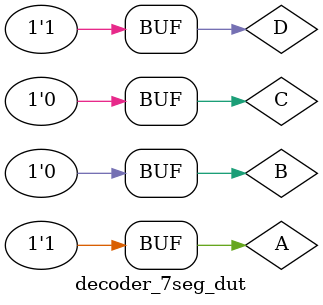
<source format=v>

/* AUTHOR(S):  Course Instructors 
mohamed sabry mahmoud shehab eldean>>>sec:17
Dr. Ahmed Shalaby, Dr. Fatam Saker,
 Eng. Aya Hatem, Eng Mostafa , Eng. Aya Abdel-Hamid, Eng. Miada, Eng. Abdu-Allah 
 Project: CS222: Computer Architecture Labs //   
 Module Name : decoder_7seg
 Description: seven segment decoder using logic equations 
A seven-segment display decoder takes a 4-bit data input A, B, C, D 
and produces seven outputs to control light-emitting diodes to display
a digit from 0 to 9.  
*/
//###############################################################################
// --------------------------  decoder_7seg    ------------------------------- //
module decoder_7seg (A, B, C, D, led_a, led_b, led_c, led_d, led_e, led_f, led_g);
// -------------------------- Inputs Declarations ---------------------------- //
input A, B, C, D;
// ------------------------- Outputs Declarations ---------------------------- //
output led_a, led_b, led_c, led_d, led_e, led_f, led_g;
// --------------------------- Wire Declarations ----------------------------- // 
// ---------------------------- Reg Declarations ----------------------------- //
// ------------------------- Instantiation Modules --------------------------- //
// --------------------------------------------------------------------------- //
// --------------------------------------------------------------------------- //
// ----------------------- Combinational Logic  ------------------------------ //
/* Be aware that the leds are common anode  */
assign led_a = ~(A | C | B&D | ~B&~D);
assign led_b = ~(~B | ~C&~D | C&D);
assign led_c = ~(B | ~C | D);
assign led_d = ~(~B&~D | C&~D | B&~C&D | ~B&C |A);
assign led_e = ~(~B&~D | C&~D);
assign led_f = ~(A | ~C&~D | B&~C | B&~D);
assign led_g = ~(A | B&~C | ~B&C | C&~D);
// ----------------------- Sequential  Logic  -------------------------------- //
// --------------------------------------------------------------------------- //
endmodule
// ----------------------------- End of File --------------------------------- //
// --------------------------------------------------------------------------- //

module decoder_7seg_dut();
reg A ,B ,C, D;
wire led_a,led_b,led_c,led_d,led_e,led_f,led_g;
initial
begin
A=0;B=0;C=0;D=0;#100;
A=0;B=0;C=0;D=1;#100;
A=0;B=0;C=1;D=0;#100;
A=0;B=0;C=1;D=1;#100;
A=0;B=1;C=0;D=0;#100;
A=0;B=1;C=0;D=1;#100;
A=0;B=1;C=1;D=0;#100;
A=0;B=1;C=1;D=1;#100;
A=1;B=0;C=0;D=0;#100;
A=1;B=0;C=0;D=1;#100;
end
decoder_7seg pp (A,B,C,D,led_a,led_b,led_c,led_d,led_e,led_f,led_g);

endmodule
</source>
